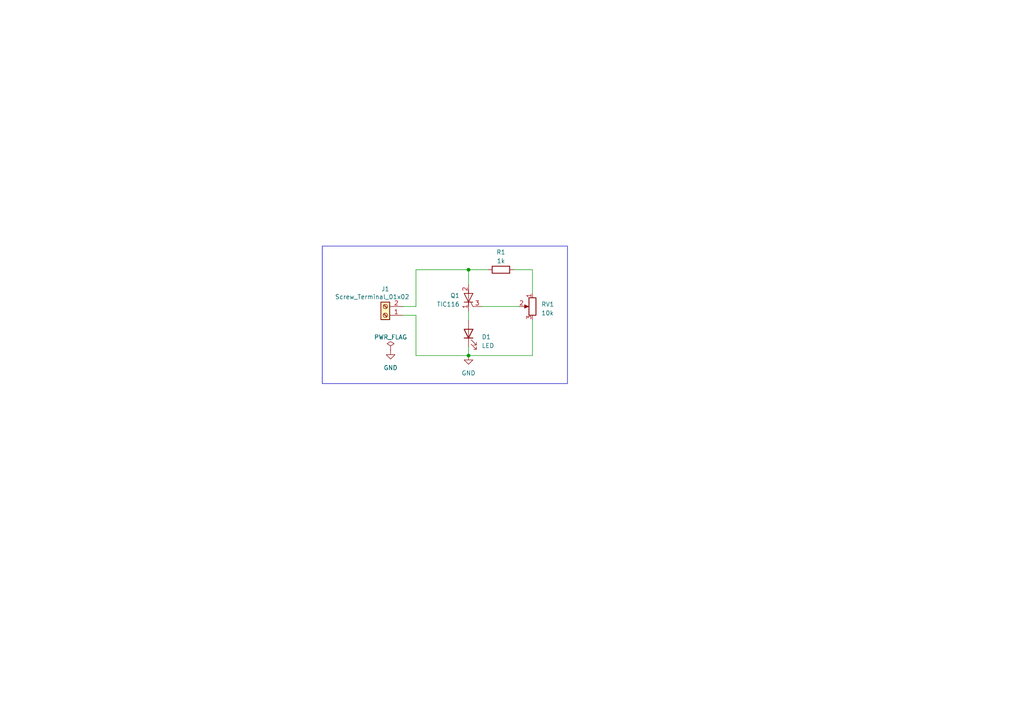
<source format=kicad_sch>
(kicad_sch (version 20230121) (generator eeschema)
  (paper "A4")
  (title_block (title "DC voltage regulator using SCR") (date "2023-05-15") (company "Goa College of Engineering") (comment 1 "ETC DEPT") (comment 2 "TE ETC") (comment 3 "201104060") (comment 4 "Sahil Shaikh"))
  (lib_symbols
    (symbol "Connector:Screw_Terminal_01x02" (pin_names (offset 1.016) hide)
      (property "Reference" "J" (at 0 2.54 0))
      (property "Value" "Screw_Terminal_01x02" (at 0 -5.08 0))
      (symbol "Screw_Terminal_01x02_1_1"
        (rectangle (start -1.27 1.27) (end 1.27 -3.81) (stroke (width 0.254)) (fill (type background)))
        (circle (center 0 -2.54) (radius 0.635) (stroke (width 0.1524)))
        (polyline (pts (xy -0.5334 -2.2098) (xy 0.3302 -3.048)) (stroke (width 0.1524)))
        (polyline (pts (xy -0.5334 0.3302) (xy 0.3302 -0.508)) (stroke (width 0.1524)))
        (polyline (pts (xy -0.3556 -2.032) (xy 0.508 -2.8702)) (stroke (width 0.1524)))
        (polyline (pts (xy -0.3556 0.508) (xy 0.508 -0.3302)) (stroke (width 0.1524)))
        (circle (center 0 0) (radius 0.635) (stroke (width 0.1524)))
        (pin passive line (at -5.08 0 0) (length 3.81) (name "Pin_1") (number "1"))
        (pin passive line (at -5.08 -2.54 0) (length 3.81) (name "Pin_2") (number "2"))
      )
    )
    (symbol "Device:LED" (pin_numbers hide) (pin_names (offset 1.016) hide)
      (property "Reference" "D" (at 0 2.54 0))
      (property "Value" "LED" (at 0 -2.54 0))
      (symbol "LED_0_1"
        (polyline (pts (xy -1.27 -1.27) (xy -1.27 1.27)) (stroke (width 0.254)))
        (polyline (pts (xy -1.27 0) (xy 1.27 0)))
        (polyline (pts (xy 1.27 -1.27) (xy 1.27 1.27) (xy -1.27 0) (xy 1.27 -1.27)) (stroke (width 0.254)))
        (polyline (pts (xy -3.048 -0.762) (xy -4.572 -2.286) (xy -3.81 -2.286) (xy -4.572 -2.286) (xy -4.572 -1.524)))
        (polyline (pts (xy -1.778 -0.762) (xy -3.302 -2.286) (xy -2.54 -2.286) (xy -3.302 -2.286) (xy -3.302 -1.524)))
      )
      (symbol "LED_1_1"
        (pin passive line (at -3.81 0 0) (length 2.54) (name "K") (number "1"))
        (pin passive line (at 3.81 0 180) (length 2.54) (name "A") (number "2"))
      )
    )
    (symbol "Device:R" (pin_numbers hide) (pin_names (offset 0))
      (property "Reference" "R" (at 2.032 0 90))
      (property "Value" "R" (at 0 0 90))
      (symbol "R_0_1"
        (rectangle (start -1.016 -2.54) (end 1.016 2.54) (stroke (width 0.254)))
      )
      (symbol "R_1_1"
        (pin passive line (at 0 3.81 270) (length 1.27) (name "~") (number "1"))
        (pin passive line (at 0 -3.81 90) (length 1.27) (name "~") (number "2"))
      )
    )
    (symbol "Device:R_Potentiometer" (pin_names (offset 1.016) hide)
      (property "Reference" "RV" (at -4.445 0 90))
      (property "Value" "R_Potentiometer" (at -2.54 0 90))
      (symbol "R_Potentiometer_0_1"
        (polyline (pts (xy 2.54 0) (xy 1.524 0)))
        (polyline (pts (xy 1.143 0) (xy 2.286 0.508) (xy 2.286 -0.508) (xy 1.143 0)) (fill (type outline)))
        (rectangle (start 1.016 2.54) (end -1.016 -2.54) (stroke (width 0.254)))
      )
      (symbol "R_Potentiometer_1_1"
        (pin passive line (at 0 3.81 270) (length 1.27) (name "1") (number "1"))
        (pin passive line (at 3.81 0 180) (length 1.27) (name "2") (number "2"))
        (pin passive line (at 0 -3.81 90) (length 1.27) (name "3") (number "3"))
      )
    )
    (symbol "Triac_Thyristor:TIC116" (pin_names (offset 0) hide)
      (property "Reference" "Q" (at 2.54 1.905 0))
      (property "Value" "TIC116" (at 2.54 0 0))
      (symbol "TIC116_0_1"
        (polyline (pts (xy -1.27 -2.54) (xy -0.635 -1.27)))
        (polyline (pts (xy -1.27 -1.27) (xy 1.27 -1.27)) (stroke (width 0.2032)))
        (polyline (pts (xy 0 -2.54) (xy 0 2.54)))
        (polyline (pts (xy -1.27 1.27) (xy 1.27 1.27) (xy 0 -1.27) (xy -1.27 1.27)) (stroke (width 0.2032)))
      )
      (symbol "TIC116_1_1"
        (pin passive line (at 0 -3.81 90) (length 2.54) (name "K") (number "1"))
        (pin passive line (at 0 3.81 270) (length 2.54) (name "A") (number "2"))
        (pin input line (at -3.81 -2.54 0) (length 2.54) (name "G") (number "3"))
      )
    )
    (symbol "power:GND" (power) (pin_names (offset 0))
      (property "Value" "GND" (at 0 -3.81 0))
      (symbol "GND_0_1"
        (polyline (pts (xy 0 0) (xy 0 -1.27) (xy 1.27 -1.27) (xy 0 -2.54) (xy -1.27 -1.27) (xy 0 -1.27)))
      )
      (symbol "GND_1_1"
        (pin power_in line (at 0 0 270) (length 0) hide (name "GND") (number "1"))
      )
    )
    (symbol "power:PWR_FLAG" (power) (pin_numbers hide) (pin_names (offset 0) hide)
      (property "Value" "PWR_FLAG" (at 0 3.81 0))
      (symbol "PWR_FLAG_0_0"
        (pin power_out line (at 0 0 90) (length 0) (name "pwr") (number "1"))
      )
      (symbol "PWR_FLAG_0_1"
        (polyline (pts (xy 0 0) (xy 0 1.27) (xy -1.016 1.905) (xy 0 2.54) (xy 1.016 1.905) (xy 0 1.27)))
      )
    )
  )
  (junction (at 135.89 78.232))
  (junction (at 135.89 103.124))
  (wire (pts (xy 135.89 90.17) (xy 135.89 92.964)))
  (wire (pts (xy 135.89 78.232) (xy 135.89 82.55)))
  (wire (pts (xy 120.65 103.124) (xy 135.89 103.124)))
  (wire (pts (xy 116.84 88.9) (xy 120.65 88.9)))
  (wire (pts (xy 139.7 88.9) (xy 150.622 88.9)))
  (wire (pts (xy 149.098 78.232) (xy 154.432 78.232)))
  (wire (pts (xy 135.89 100.584) (xy 135.89 103.124)))
  (wire (pts (xy 135.89 78.232) (xy 141.478 78.232)))
  (wire (pts (xy 154.432 103.124) (xy 154.432 92.71)))
  (wire (pts (xy 120.65 91.44) (xy 120.65 103.124)))
  (wire (pts (xy 135.89 103.124) (xy 154.432 103.124)))
  (wire (pts (xy 120.65 78.232) (xy 135.89 78.232)))
  (wire (pts (xy 116.84 91.44) (xy 120.65 91.44)))
  (wire (pts (xy 120.65 88.9) (xy 120.65 78.232)))
  (wire (pts (xy 154.432 78.232) (xy 154.432 85.09)))
  (rectangle (start 93.472 71.374) (end 164.592 111.252))
  (symbol (lib_id "Device:LED") (at 135.89 96.774 90) (unit 1)
    (property "Reference" "D1" (at 139.7 97.7265 90) (effects (justify right)))
    (property "Value" "LED" (at 139.7 100.2665 90) (effects (justify right)))
    (property "Footprint" "LED_THT:LED_D3.0mm" (effects hide))
  )
  (symbol (lib_id "power:GND") (at 113.284 101.6 0) (unit 1)
    (property "Reference" "#PWR02" (effects hide))
    (property "Value" "GND" (at 113.284 106.68 0))
  )
  (symbol (lib_id "Triac_Thyristor:TIC116") (at 135.89 86.36 0) (mirror y) (unit 1)
    (property "Reference" "Q1" (at 133.35 85.725 0) (effects (justify left)))
    (property "Value" "TIC116" (at 133.35 88.265 0) (effects (justify left)))
    (property "Footprint" "Package_TO_SOT_THT:TO-220-3_Vertical" (effects hide))
    (property "Datasheet" "https://www.princeton.edu/~mae412/HANDOUTS/Datasheets/TIC116.pdf" (effects hide))
  )
  (symbol (lib_id "Connector:Screw_Terminal_01x02") (at 111.76 91.44 180) (unit 1)
    (property "Reference" "J1" (at 111.76 83.82 0))
    (property "Value" "Screw_Terminal_01x02" (at 107.95 86.106 0))
    (property "Footprint" "TerminalBlock_Phoenix:TerminalBlock_Phoenix_MKDS-1,5-2-5.08_1x02_P5.08mm_Horizontal" (effects hide))
  )
  (symbol (lib_id "Device:R_Potentiometer") (at 154.432 88.9 0) (mirror y) (unit 1)
    (property "Reference" "RV1" (at 156.972 88.265 0) (effects (justify right)))
    (property "Value" "10k" (at 156.972 90.805 0) (effects (justify right)))
    (property "Footprint" "Potentiometer_THT:Potentiometer_Bourns_3339P_Vertical_HandSoldering" (effects hide))
  )
  (symbol (lib_id "Device:R") (at 145.288 78.232 90) (unit 1)
    (property "Reference" "R1" (at 145.288 73.152 90))
    (property "Value" "1k" (at 145.288 75.692 90))
    (property "Footprint" "Resistor_THT:R_Axial_DIN0414_L11.9mm_D4.5mm_P15.24mm_Horizontal" (effects hide))
  )
  (symbol (lib_id "power:GND") (at 135.89 103.124 0) (unit 1)
    (property "Reference" "#PWR01" (effects hide))
    (property "Value" "GND" (at 135.89 108.204 0))
  )
  (symbol (lib_id "power:PWR_FLAG") (at 113.284 101.6 0) (unit 1)
    (property "Reference" "#FLG01" (effects hide))
    (property "Value" "PWR_FLAG" (at 113.284 97.79 0))
  )
)
</source>
